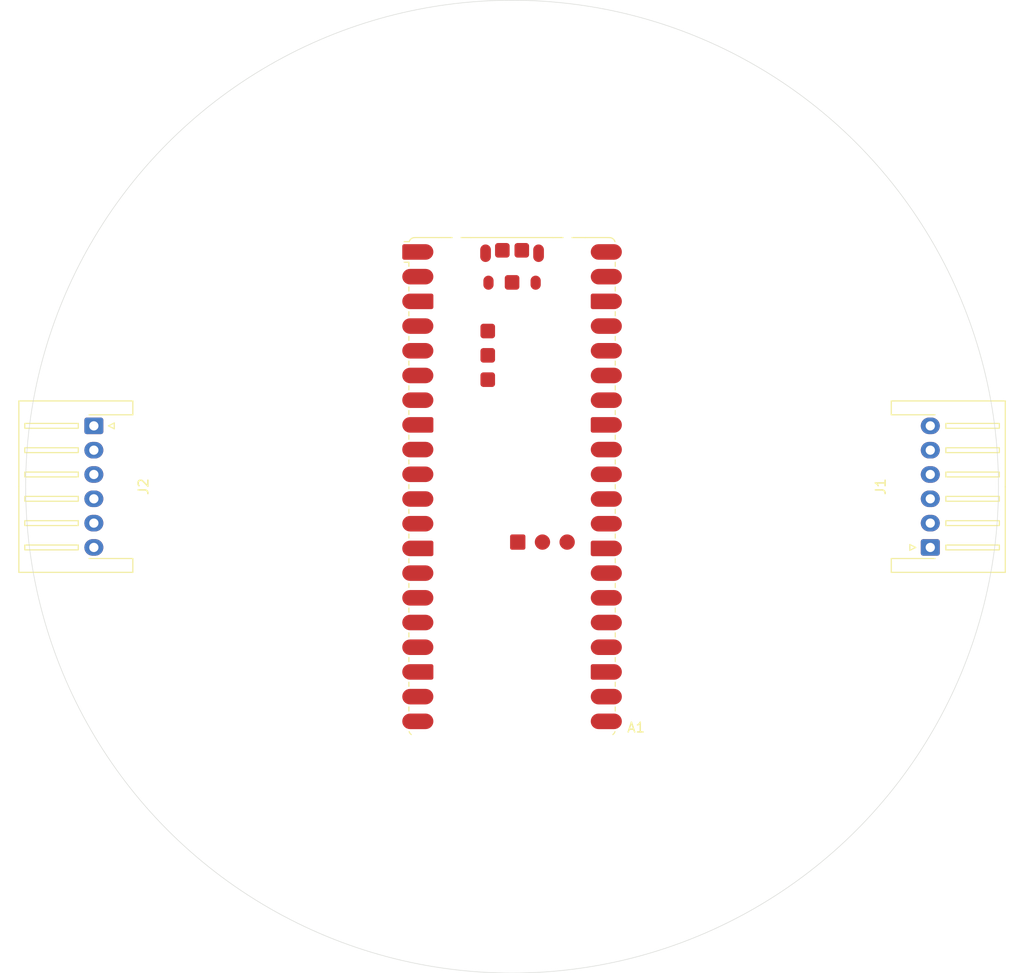
<source format=kicad_pcb>
(kicad_pcb (version 20241229) (generator "pcbnew") (generator_version "9.0")
  (layers (0 "F.Cu" signal) (2 "B.Cu" signal) (13 "F.Paste" user) (15 "B.Paste" user) (5 "F.SilkS" user "F.Silkscreen") (7 "B.SilkS" user "B.Silkscreen") (1 "F.Mask" user) (3 "B.Mask" user) (25 "Edge.Cuts" user))
  (net 0 "")
  (net 11 "Net-(A1-GND-Pad13)")
  (footprint "MountingHole:MountingHole_3.2mm_M3" (layer "F.Cu") (at 129.990827 84.981712)
    (property "Reference" "H1" (hide yes))
    (property "Value" "MountingHole" (hide yes))
    (pad "" np_thru_hole circle (at 0 0) (size 3.2 3.2) (drill 3.2) (layers "*.Cu" "*.Mask"))
  )
  (footprint "MountingHole:MountingHole_3.2mm_M3" (layer "F.Cu") (at 70.009173 84.981712)
    (property "Reference" "H2" (hide yes))
    (property "Value" "MountingHole" (hide yes))
    (pad "" np_thru_hole circle (at 0 0) (size 3.2 3.2) (drill 3.2) (layers "*.Cu" "*.Mask"))
  )
  (footprint "MountingHole:MountingHole_3.2mm_M3" (layer "F.Cu") (at 70.009173 115.018288)
    (property "Reference" "H3" (hide yes))
    (property "Value" "MountingHole" (hide yes))
    (pad "" np_thru_hole circle (at 0 0) (size 3.2 3.2) (drill 3.2) (layers "*.Cu" "*.Mask"))
  )
  (footprint "Connector_JST:JST_XH_S6B-XH-A-1_1x06_P2.50mm_Horizontal" (layer "F.Cu") (at 143 100 90)
    (property "Reference" "J1" (at 0 -5.1 90) (layer "F.SilkS"))
    (property "Value" "Conn_01x06_Socket")
    (fp_line (start 8.81 -4.01) (end 7.39 -4.01) (stroke (width 0.12)) (layer "F.SilkS"))
    (fp_line (start 7.39 -4.01) (end 7.39 0.49) (stroke (width 0.12)) (layer "F.SilkS"))
    (fp_line (start -7.39 -4.01) (end -7.39 0.49) (stroke (width 0.12)) (layer "F.SilkS"))
    (fp_line (start -8.81 -4.01) (end -7.39 -4.01) (stroke (width 0.12)) (layer "F.SilkS"))
    (fp_line (start -5.95 -2.1) (end -6.25 -1.5) (stroke (width 0.12)) (layer "F.SilkS"))
    (fp_line (start -6.55 -2.1) (end -5.95 -2.1) (stroke (width 0.12)) (layer "F.SilkS"))
    (fp_line (start -6.25 -1.5) (end -6.55 -2.1) (stroke (width 0.12)) (layer "F.SilkS"))
    (fp_line (start 8.81 7.71) (end 8.81 -4.01) (stroke (width 0.12)) (layer "F.SilkS"))
    (fp_line (start 0 7.71) (end 8.81 7.71) (stroke (width 0.12)) (layer "F.SilkS"))
    (fp_line (start 0 7.71) (end -8.81 7.71) (stroke (width 0.12)) (layer "F.SilkS"))
    (fp_line (start -8.81 7.71) (end -8.81 -4.01) (stroke (width 0.12)) (layer "F.SilkS"))
    (fp_rect (start 6 1.6) (end 6.5 7.1) (stroke (width 0.12)) (fill no) (layer "F.SilkS"))
    (fp_rect (start 3.5 1.6) (end 4 7.1) (stroke (width 0.12)) (fill no) (layer "F.SilkS"))
    (fp_rect (start 1 1.6) (end 1.5 7.1) (stroke (width 0.12)) (fill no) (layer "F.SilkS"))
    (fp_rect (start -1.5 1.6) (end -1 7.1) (stroke (width 0.12)) (fill no) (layer "F.SilkS"))
    (fp_rect (start -4 1.6) (end -3.5 7.1) (stroke (width 0.12)) (fill no) (layer "F.SilkS"))
    (fp_rect (start -6.5 1.6) (end -6 7.1) (stroke (width 0.12)) (fill no) (layer "F.SilkS"))
    (pad "1" thru_hole roundrect (at -6.25 0 90) (size 1.7 1.95) (drill 0.95) (layers "*.Cu" "*.Mask") (roundrect_rratio 0.147059))
    (pad "2" thru_hole oval (at -3.75 0 90) (size 1.7 1.95) (drill 0.95) (layers "*.Cu" "*.Mask"))
    (pad "3" thru_hole oval (at -1.25 0 90) (size 1.7 1.95) (drill 0.95) (layers "*.Cu" "*.Mask"))
    (pad "4" thru_hole oval (at 1.25 0 90) (size 1.7 1.95) (drill 0.95) (layers "*.Cu" "*.Mask"))
    (pad "5" thru_hole oval (at 3.75 0 90) (size 1.7 1.95) (drill 0.95) (layers "*.Cu" "*.Mask"))
    (pad "6" thru_hole oval (at 6.25 0 90) (size 1.7 1.95) (drill 0.95) (layers "*.Cu" "*.Mask"))
  )
  (footprint "MountingHole:MountingHole_3.2mm_M3" (layer "F.Cu") (at 71.715729 71.715729)
    (property "Reference" "H6" (hide yes))
    (property "Value" "MountingHole" (hide yes))
    (pad "" np_thru_hole circle (at 0 0) (size 3.2 3.2) (drill 3.2) (layers "*.Cu" "*.Mask"))
  )
  (footprint "Connector_JST:JST_XH_S6B-XH-A-1_1x06_P2.50mm_Horizontal" (layer "F.Cu") (at 57 100 -90)
    (property "Reference" "J2" (at 0 -5.1 90) (layer "F.SilkS"))
    (property "Value" "Conn_01x06_Socket")
    (fp_line (start -8.81 7.71) (end -8.81 -4.01) (stroke (width 0.12)) (layer "F.SilkS"))
    (fp_line (start 0 7.71) (end -8.81 7.71) (stroke (width 0.12)) (layer "F.SilkS"))
    (fp_line (start 0 7.71) (end 8.81 7.71) (stroke (width 0.12)) (layer "F.SilkS"))
    (fp_line (start 8.81 7.71) (end 8.81 -4.01) (stroke (width 0.12)) (layer "F.SilkS"))
    (fp_line (start -6.25 -1.5) (end -6.55 -2.1) (stroke (width 0.12)) (layer "F.SilkS"))
    (fp_line (start -6.55 -2.1) (end -5.95 -2.1) (stroke (width 0.12)) (layer "F.SilkS"))
    (fp_line (start -5.95 -2.1) (end -6.25 -1.5) (stroke (width 0.12)) (layer "F.SilkS"))
    (fp_line (start -8.81 -4.01) (end -7.39 -4.01) (stroke (width 0.12)) (layer "F.SilkS"))
    (fp_line (start -7.39 -4.01) (end -7.39 0.49) (stroke (width 0.12)) (layer "F.SilkS"))
    (fp_line (start 7.39 -4.01) (end 7.39 0.49) (stroke (width 0.12)) (layer "F.SilkS"))
    (fp_line (start 8.81 -4.01) (end 7.39 -4.01) (stroke (width 0.12)) (layer "F.SilkS"))
    (fp_rect (start -6.5 1.6) (end -6 7.1) (stroke (width 0.12)) (fill no) (layer "F.SilkS"))
    (fp_rect (start -4 1.6) (end -3.5 7.1) (stroke (width 0.12)) (fill no) (layer "F.SilkS"))
    (fp_rect (start -1.5 1.6) (end -1 7.1) (stroke (width 0.12)) (fill no) (layer "F.SilkS"))
    (fp_rect (start 1 1.6) (end 1.5 7.1) (stroke (width 0.12)) (fill no) (layer "F.SilkS"))
    (fp_rect (start 3.5 1.6) (end 4 7.1) (stroke (width 0.12)) (fill no) (layer "F.SilkS"))
    (fp_rect (start 6 1.6) (end 6.5 7.1) (stroke (width 0.12)) (fill no) (layer "F.SilkS"))
    (pad "1" thru_hole roundrect (at -6.25 0 270) (size 1.7 1.95) (drill 0.95) (layers "*.Cu" "*.Mask") (roundrect_rratio 0.147059))
    (pad "2" thru_hole oval (at -3.75 0 270) (size 1.7 1.95) (drill 0.95) (layers "*.Cu" "*.Mask"))
    (pad "3" thru_hole oval (at -1.25 0 270) (size 1.7 1.95) (drill 0.95) (layers "*.Cu" "*.Mask"))
    (pad "4" thru_hole oval (at 1.25 0 270) (size 1.7 1.95) (drill 0.95) (layers "*.Cu" "*.Mask"))
    (pad "5" thru_hole oval (at 3.75 0 270) (size 1.7 1.95) (drill 0.95) (layers "*.Cu" "*.Mask"))
    (pad "6" thru_hole oval (at 6.25 0 270) (size 1.7 1.95) (drill 0.95) (layers "*.Cu" "*.Mask"))
  )
  (footprint "MountingHole:MountingHole_3.2mm_M3" (layer "F.Cu") (at 128.284271 128.284271)
    (property "Reference" "H8" (hide yes))
    (property "Value" "MountingHole" (hide yes))
    (pad "" np_thru_hole circle (at 0 0) (size 3.2 3.2) (drill 3.2) (layers "*.Cu" "*.Mask"))
  )
  (footprint "Module:RaspberryPi_Pico_W_SMD" (layer "F.Cu") (at 100 100)
    (property "Reference" "A1" (at 11.7475 24.765 0) (layer "F.SilkS") (effects (justify left)))
    (property "Value" "RaspberryPi_Pico_W")
    (fp_line (start -10.61 -23.07) (end -11.09 -23.07) (stroke (width 0.12)) (layer "F.SilkS"))
    (fp_line (start -10.61 -23.07) (end -10.61 -22.65) (stroke (width 0.12)) (layer "F.SilkS"))
    (fp_line (start -10.61 -20.53) (end -10.61 -20.11) (stroke (width 0.12)) (layer "F.SilkS"))
    (fp_line (start -10.61 -17.99) (end -10.61 -17.57) (stroke (width 0.12)) (layer "F.SilkS"))
    (fp_line (start -10.61 -15.45) (end -10.61 -15.03) (stroke (width 0.12)) (layer "F.SilkS"))
    (fp_line (start -10.61 -12.91) (end -10.61 -12.49) (stroke (width 0.12)) (layer "F.SilkS"))
    (fp_line (start -10.61 -10.37) (end -10.61 -9.95) (stroke (width 0.12)) (layer "F.SilkS"))
    (fp_line (start -10.61 -7.83) (end -10.61 -7.41) (stroke (width 0.12)) (layer "F.SilkS"))
    (fp_line (start -10.61 -5.29) (end -10.61 -4.87) (stroke (width 0.12)) (layer "F.SilkS"))
    (fp_line (start -10.61 -2.75) (end -10.61 -2.33) (stroke (width 0.12)) (layer "F.SilkS"))
    (fp_line (start -10.61 -0.21) (end -10.61 0.21) (stroke (width 0.12)) (layer "F.SilkS"))
    (fp_line (start -10.61 2.33) (end -10.61 2.75) (stroke (width 0.12)) (layer "F.SilkS"))
    (fp_line (start -10.61 4.87) (end -10.61 5.29) (stroke (width 0.12)) (layer "F.SilkS"))
    (fp_line (start -10.61 7.41) (end -10.61 7.83) (stroke (width 0.12)) (layer "F.SilkS"))
    (fp_line (start -10.61 9.95) (end -10.61 10.37) (stroke (width 0.12)) (layer "F.SilkS"))
    (fp_line (start -10.61 12.49) (end -10.61 12.91) (stroke (width 0.12)) (layer "F.SilkS"))
    (fp_line (start -10.61 15.03) (end -10.61 15.45) (stroke (width 0.12)) (layer "F.SilkS"))
    (fp_line (start -10.61 17.57) (end -10.61 17.99) (stroke (width 0.12)) (layer "F.SilkS"))
    (fp_line (start -10.61 20.11) (end -10.61 20.53) (stroke (width 0.12)) (layer "F.SilkS"))
    (fp_line (start -10.61 22.65) (end -10.61 23.07) (stroke (width 0.12)) (layer "F.SilkS"))
    (fp_line (start -10.579676 -25.19) (end -11.09 -25.19) (stroke (width 0.12)) (layer "F.SilkS"))
    (fp_line (start -10 -25.61) (end -7.51 -25.61) (stroke (width 0.12)) (layer "F.SilkS"))
    (fp_line (start -7.51 -25.61) (end -6.16206 -25.61) (stroke (width 0.12)) (layer "F.SilkS"))
    (fp_line (start -5.237939 -25.61) (end -4.235 -25.61) (stroke (width 0.12)) (layer "F.SilkS"))
    (fp_line (start -4.235 -25.61) (end 4.235 -25.61) (stroke (width 0.12)) (layer "F.SilkS"))
    (fp_line (start 4.235 -25.61) (end 5.237939 -25.61) (stroke (width 0.12)) (layer "F.SilkS"))
    (fp_line (start 6.162061 -25.61) (end 7.51 -25.61) (stroke (width 0.12)) (layer "F.SilkS"))
    (fp_line (start 10 -25.61) (end 7.51 -25.61) (stroke (width 0.12)) (layer "F.SilkS"))
    (fp_line (start 10.61 -23.07) (end 10.61 -22.65) (stroke (width 0.12)) (layer "F.SilkS"))
    (fp_line (start 10.61 -20.53) (end 10.61 -20.11) (stroke (width 0.12)) (layer "F.SilkS"))
    (fp_line (start 10.61 -17.99) (end 10.61 -17.57) (stroke (width 0.12)) (layer "F.SilkS"))
    (fp_line (start 10.61 -15.45) (end 10.61 -15.03) (stroke (width 0.12)) (layer "F.SilkS"))
    (fp_line (start 10.61 -12.91) (end 10.61 -12.49) (stroke (width 0.12)) (layer "F.SilkS"))
    (fp_line (start 10.61 -10.37) (end 10.61 -9.95) (stroke (width 0.12)) (layer "F.SilkS"))
    (fp_line (start 10.61 -7.83) (end 10.61 -7.41) (stroke (width 0.12)) (layer "F.SilkS"))
    (fp_line (start 10.61 -5.29) (end 10.61 -4.87) (stroke (width 0.12)) (layer "F.SilkS"))
    (fp_line (start 10.61 -2.75) (end 10.61 -2.33) (stroke (width 0.12)) (layer "F.SilkS"))
    (fp_line (start 10.61 -0.21) (end 10.61 0.21) (stroke (width 0.12)) (layer "F.SilkS"))
    (fp_line (start 10.61 2.33) (end 10.61 2.75) (stroke (width 0.12)) (layer "F.SilkS"))
    (fp_line (start 10.61 4.87) (end 10.61 5.29) (stroke (width 0.12)) (layer "F.SilkS"))
    (fp_line (start 10.61 7.41) (end 10.61 7.83) (stroke (width 0.12)) (layer "F.SilkS"))
    (fp_line (start 10.61 9.95) (end 10.61 10.37) (stroke (width 0.12)) (layer "F.SilkS"))
    (fp_line (start 10.61 12.49) (end 10.61 12.91) (stroke (width 0.12)) (layer "F.SilkS"))
    (fp_line (start 10.61 15.03) (end 10.61 15.45) (stroke (width 0.12)) (layer "F.SilkS"))
    (fp_line (start 10.61 17.57) (end 10.61 17.99) (stroke (width 0.12)) (layer "F.SilkS"))
    (fp_line (start 10.61 20.11) (end 10.61 20.53) (stroke (width 0.12)) (layer "F.SilkS"))
    (fp_line (start 10.61 22.65) (end 10.61 23.07) (stroke (width 0.12)) (layer "F.SilkS"))
    (fp_arc (start -10.579676 -25.19) (mid -10.357938 -25.493944) (end -10 -25.61) (stroke (width 0.12)) (layer "F.SilkS"))
    (fp_arc (start -10.363318 25.49) (mid -10.494791 25.356765) (end -10.579676 25.189937) (stroke (width 0.12)) (layer "F.SilkS"))
    (fp_arc (start 10 -25.61) (mid 10.357937 -25.493944) (end 10.579676 -25.189937) (stroke (width 0.12)) (layer "F.SilkS"))
    (fp_arc (start 10.579676 25.189937) (mid 10.494813 25.35678) (end 10.363318 25.49) (stroke (width 0.12)) (layer "F.SilkS"))
    (pad "" smd rect (at -8.89 -24.13) (size 3.8 2.2) (drill (offset -0.8 0)) (layers "F.Paste"))
    (pad "" smd rect (at -8.89 -21.59) (size 3.8 2.2) (drill (offset -0.8 0)) (layers "F.Paste"))
    (pad "" smd rect (at -8.89 -19.05) (size 3.8 2.2) (drill (offset -0.8 0)) (layers "F.Paste"))
    (pad "" smd rect (at -8.89 -16.51) (size 3.8 2.2) (drill (offset -0.8 0)) (layers "F.Paste"))
    (pad "" smd rect (at -8.89 -13.97) (size 3.8 2.2) (drill (offset -0.8 0)) (layers "F.Paste"))
    (pad "" smd rect (at -8.89 -11.43) (size 3.8 2.2) (drill (offset -0.8 0)) (layers "F.Paste"))
    (pad "" smd rect (at -8.89 -8.89) (size 3.8 2.2) (drill (offset -0.8 0)) (layers "F.Paste"))
    (pad "" smd rect (at -8.89 -6.35) (size 3.8 2.2) (drill (offset -0.8 0)) (layers "F.Paste"))
    (pad "" smd rect (at -8.89 -3.81) (size 3.8 2.2) (drill (offset -0.8 0)) (layers "F.Paste"))
    (pad "" smd rect (at -8.89 -1.27) (size 3.8 2.2) (drill (offset -0.8 0)) (layers "F.Paste"))
    (pad "" smd rect (at -8.89 1.27) (size 3.8 2.2) (drill (offset -0.8 0)) (layers "F.Paste"))
    (pad "" smd rect (at -8.89 3.81) (size 3.8 2.2) (drill (offset -0.8 0)) (layers "F.Paste"))
    (pad "" smd rect (at -8.89 6.35) (size 3.8 2.2) (drill (offset -0.8 0)) (layers "F.Paste"))
    (pad "" smd rect (at -8.89 8.89) (size 3.8 2.2) (drill (offset -0.8 0)) (layers "F.Paste"))
    (pad "" smd rect (at -8.89 11.43) (size 3.8 2.2) (drill (offset -0.8 0)) (layers "F.Paste"))
    (pad "" smd rect (at -8.89 13.97) (size 3.8 2.2) (drill (offset -0.8 0)) (layers "F.Paste"))
    (pad "" smd rect (at -8.89 16.51) (size 3.8 2.2) (drill (offset -0.8 0)) (layers "F.Paste"))
    (pad "" smd rect (at -8.89 19.05) (size 3.8 2.2) (drill (offset -0.8 0)) (layers "F.Paste"))
    (pad "" smd rect (at -8.89 21.59) (size 3.8 2.2) (drill (offset -0.8 0)) (layers "F.Paste"))
    (pad "" smd rect (at -8.89 24.13) (size 3.8 2.2) (drill (offset -0.8 0)) (layers "F.Paste"))
    (pad "" smd oval (at -2.725 -24) (size 1.1 1.8) (layers "F.Cu" "F.Mask" "F.Paste"))
    (pad "" smd oval (at -2.425 -20.97) (size 1.05 1.45) (layers "F.Cu" "F.Mask" "F.Paste"))
    (pad "" smd oval (at 2.425 -20.97) (size 1.05 1.45) (layers "F.Cu" "F.Mask" "F.Paste"))
    (pad "" smd oval (at 2.725 -24) (size 1.1 1.8) (layers "F.Cu" "F.Mask" "F.Paste"))
    (pad "" smd rect (at 8.89 -24.13) (size 3.8 2.2) (drill (offset 0.8 0)) (layers "F.Paste"))
    (pad "" smd rect (at 8.89 -21.59) (size 3.8 2.2) (drill (offset 0.8 0)) (layers "F.Paste"))
    (pad "" smd rect (at 8.89 -19.05) (size 3.8 2.2) (drill (offset 0.8 0)) (layers "F.Paste"))
    (pad "" smd rect (at 8.89 -16.51) (size 3.8 2.2) (drill (offset 0.8 0)) (layers "F.Paste"))
    (pad "" smd rect (at 8.89 -13.97) (size 3.8 2.2) (drill (offset 0.8 0)) (layers "F.Paste"))
    (pad "" smd rect (at 8.89 -11.43) (size 3.8 2.2) (drill (offset 0.8 0)) (layers "F.Paste"))
    (pad "" smd rect (at 8.89 -8.89) (size 3.8 2.2) (drill (offset 0.8 0)) (layers "F.Paste"))
    (pad "" smd rect (at 8.89 -6.35) (size 3.8 2.2) (drill (offset 0.8 0)) (layers "F.Paste"))
    (pad "" smd rect (at 8.89 -3.81) (size 3.8 2.2) (drill (offset 0.8 0)) (layers "F.Paste"))
    (pad "" smd rect (at 8.89 -1.27) (size 3.8 2.2) (drill (offset 0.8 0)) (layers "F.Paste"))
    (pad "" smd rect (at 8.89 1.27) (size 3.8 2.2) (drill (offset 0.8 0)) (layers "F.Paste"))
    (pad "" smd rect (at 8.89 3.81) (size 3.8 2.2) (drill (offset 0.8 0)) (layers "F.Paste"))
    (pad "" smd rect (at 8.89 6.35) (size 3.8 2.2) (drill (offset 0.8 0)) (layers "F.Paste"))
    (pad "" smd rect (at 8.89 8.89) (size 3.8 2.2) (drill (offset 0.8 0)) (layers "F.Paste"))
    (pad "" smd rect (at 8.89 11.43) (size 3.8 2.2) (drill (offset 0.8 0)) (layers "F.Paste"))
    (pad "" smd rect (at 8.89 13.97) (size 3.8 2.2) (drill (offset 0.8 0)) (layers "F.Paste"))
    (pad "" smd rect (at 8.89 16.51) (size 3.8 2.2) (drill (offset 0.8 0)) (layers "F.Paste"))
    (pad "" smd rect (at 8.89 19.05) (size 3.8 2.2) (drill (offset 0.8 0)) (layers "F.Paste"))
    (pad "" smd rect (at 8.89 21.59) (size 3.8 2.2) (drill (offset 0.8 0)) (layers "F.Paste"))
    (pad "" smd rect (at 8.89 24.13) (size 3.8 2.2) (drill (offset 0.8 0)) (layers "F.Paste"))
    (pad "1" smd custom (at -9.69 -24.13) (size 1.6 0.8) (layers "F.Cu" "F.Mask") (options (clearance outline) (anchor rect)) (primitives (gr_circle (center 0.8 0) (end 1.6 0) (width 0) (fill yes)) (gr_poly (pts (xy -1.6 -0.6) (xy -1.6 0.6) (xy -1.4 0.8) (xy 0.8 0.8) (xy 0.8 -0.8) (xy -1.4 -0.8)) (width 0) (fill yes)) (gr_circle (center -1.4 -0.6) (end -1.2 -0.6) (width 0) (fill yes)) (gr_circle (center -1.4 0.6) (end -1.2 0.6) (width 0) (fill yes))))
    (pad "2" smd roundrect (at -9.69 -21.59) (size 3.2 1.6) (layers "F.Cu" "F.Mask") (roundrect_rratio 0.5))
    (pad "3" smd custom (at -9.69 -19.05) (size 1.6 0.8) (layers "F.Cu" "F.Mask") (net 11 "Net-(A1-GND-Pad13)") (options (clearance outline) (anchor rect)) (primitives (gr_circle (center -0.8 0) (end 0 0) (width 0) (fill yes)) (gr_poly (pts (xy 1.6 -0.6) (xy 1.6 0.6) (xy 1.4 0.8) (xy -0.8 0.8) (xy -0.8 -0.8) (xy 1.4 -0.8)) (width 0) (fill yes)) (gr_circle (center 1.4 -0.6) (end 1.6 -0.6) (width 0) (fill yes)) (gr_circle (center 1.4 0.6) (end 1.6 0.6) (width 0) (fill yes))))
    (pad "4" smd roundrect (at -9.69 -16.51) (size 3.2 1.6) (layers "F.Cu" "F.Mask") (roundrect_rratio 0.5))
    (pad "5" smd roundrect (at -9.69 -13.97) (size 3.2 1.6) (layers "F.Cu" "F.Mask") (roundrect_rratio 0.5))
    (pad "6" smd roundrect (at -9.69 -11.43) (size 3.2 1.6) (layers "F.Cu" "F.Mask") (roundrect_rratio 0.5))
    (pad "7" smd roundrect (at -9.69 -8.89) (size 3.2 1.6) (layers "F.Cu" "F.Mask") (roundrect_rratio 0.5))
    (pad "8" smd custom (at -9.69 -6.35) (size 1.6 0.8) (layers "F.Cu" "F.Mask") (net 11 "Net-(A1-GND-Pad13)") (options (clearance outline) (anchor rect)) (primitives (gr_circle (center -0.8 0) (end 0 0) (width 0) (fill yes)) (gr_poly (pts (xy 1.6 -0.6) (xy 1.6 0.6) (xy 1.4 0.8) (xy -0.8 0.8) (xy -0.8 -0.8) (xy 1.4 -0.8)) (width 0) (fill yes)) (gr_circle (center 1.4 -0.6) (end 1.6 -0.6) (width 0) (fill yes)) (gr_circle (center 1.4 0.6) (end 1.6 0.6) (width 0) (fill yes))))
    (pad "9" smd roundrect (at -9.69 -3.81) (size 3.2 1.6) (layers "F.Cu" "F.Mask") (roundrect_rratio 0.5))
    (pad "10" smd roundrect (at -9.69 -1.27) (size 3.2 1.6) (layers "F.Cu" "F.Mask") (roundrect_rratio 0.5))
    (pad "11" smd roundrect (at -9.69 1.27) (size 3.2 1.6) (layers "F.Cu" "F.Mask") (roundrect_rratio 0.5))
    (pad "12" smd roundrect (at -9.69 3.81) (size 3.2 1.6) (layers "F.Cu" "F.Mask") (roundrect_rratio 0.5))
    (pad "13" smd custom (at -9.69 6.35) (size 1.6 0.8) (layers "F.Cu" "F.Mask") (net 11 "Net-(A1-GND-Pad13)") (options (clearance outline) (anchor rect)) (primitives (gr_circle (center -0.8 0) (end 0 0) (width 0) (fill yes)) (gr_poly (pts (xy 1.6 -0.6) (xy 1.6 0.6) (xy 1.4 0.8) (xy -0.8 0.8) (xy -0.8 -0.8) (xy 1.4 -0.8)) (width 0) (fill yes)) (gr_circle (center 1.4 -0.6) (end 1.6 -0.6) (width 0) (fill yes)) (gr_circle (center 1.4 0.6) (end 1.6 0.6) (width 0) (fill yes))))
    (pad "14" smd roundrect (at -9.69 8.89) (size 3.2 1.6) (layers "F.Cu" "F.Mask") (roundrect_rratio 0.5))
    (pad "15" smd roundrect (at -9.69 11.43) (size 3.2 1.6) (layers "F.Cu" "F.Mask") (roundrect_rratio 0.5))
    (pad "16" smd roundrect (at -9.69 13.97) (size 3.2 1.6) (layers "F.Cu" "F.Mask") (roundrect_rratio 0.5))
    (pad "17" smd roundrect (at -9.69 16.51) (size 3.2 1.6) (layers "F.Cu" "F.Mask") (roundrect_rratio 0.5))
    (pad "18" smd custom (at -9.69 19.05) (size 1.6 0.8) (layers "F.Cu" "F.Mask") (net 11 "Net-(A1-GND-Pad13)") (options (clearance outline) (anchor rect)) (primitives (gr_circle (center -0.8 0) (end 0 0) (width 0) (fill yes)) (gr_poly (pts (xy 1.6 -0.6) (xy 1.6 0.6) (xy 1.4 0.8) (xy -0.8 0.8) (xy -0.8 -0.8) (xy 1.4 -0.8)) (width 0) (fill yes)) (gr_circle (center 1.4 -0.6) (end 1.6 -0.6) (width 0) (fill yes)) (gr_circle (center 1.4 0.6) (end 1.6 0.6) (width 0) (fill yes))))
    (pad "19" smd roundrect (at -9.69 21.59) (size 3.2 1.6) (layers "F.Cu" "F.Mask") (roundrect_rratio 0.5))
    (pad "20" smd roundrect (at -9.69 24.13) (size 3.2 1.6) (layers "F.Cu" "F.Mask") (roundrect_rratio 0.5))
    (pad "21" smd roundrect (at 9.69 24.13) (size 3.2 1.6) (layers "F.Cu" "F.Mask") (roundrect_rratio 0.5))
    (pad "22" smd roundrect (at 9.69 21.59) (size 3.2 1.6) (layers "F.Cu" "F.Mask") (roundrect_rratio 0.5))
    (pad "23" smd custom (at 9.69 19.05) (size 1.6 0.8) (layers "F.Cu" "F.Mask") (net 11 "Net-(A1-GND-Pad13)") (options (clearance outline) (anchor rect)) (primitives (gr_circle (center 0.8 0) (end 1.6 0) (width 0) (fill yes)) (gr_poly (pts (xy -1.6 -0.6) (xy -1.6 0.6) (xy -1.4 0.8) (xy 0.8 0.8) (xy 0.8 -0.8) (xy -1.4 -0.8)) (width 0) (fill yes)) (gr_circle (center -1.4 -0.6) (end -1.2 -0.6) (width 0) (fill yes)) (gr_circle (center -1.4 0.6) (end -1.2 0.6) (width 0) (fill yes))))
    (pad "24" smd roundrect (at 9.69 16.51) (size 3.2 1.6) (layers "F.Cu" "F.Mask") (roundrect_rratio 0.5))
    (pad "25" smd roundrect (at 9.69 13.97) (size 3.2 1.6) (layers "F.Cu" "F.Mask") (roundrect_rratio 0.5))
    (pad "26" smd roundrect (at 9.69 11.43) (size 3.2 1.6) (layers "F.Cu" "F.Mask") (roundrect_rratio 0.5))
    (pad "27" smd roundrect (at 9.69 8.89) (size 3.2 1.6) (layers "F.Cu" "F.Mask") (roundrect_rratio 0.5))
    (pad "28" smd custom (at 9.69 6.35) (size 1.6 0.8) (layers "F.Cu" "F.Mask") (net 11 "Net-(A1-GND-Pad13)") (options (clearance outline) (anchor rect)) (primitives (gr_circle (center 0.8 0) (end 1.6 0) (width 0) (fill yes)) (gr_poly (pts (xy -1.6 -0.6) (xy -1.6 0.6) (xy -1.4 0.8) (xy 0.8 0.8) (xy 0.8 -0.8) (xy -1.4 -0.8)) (width 0) (fill yes)) (gr_circle (center -1.4 -0.6) (end -1.2 -0.6) (width 0) (fill yes)) (gr_circle (center -1.4 0.6) (end -1.2 0.6) (width 0) (fill yes))))
    (pad "29" smd roundrect (at 9.69 3.81) (size 3.2 1.6) (layers "F.Cu" "F.Mask") (roundrect_rratio 0.5))
    (pad "30" smd roundrect (at 9.69 1.27) (size 3.2 1.6) (layers "F.Cu" "F.Mask") (roundrect_rratio 0.5))
    (pad "31" smd roundrect (at 9.69 -1.27) (size 3.2 1.6) (layers "F.Cu" "F.Mask") (roundrect_rratio 0.5))
    (pad "32" smd roundrect (at 9.69 -3.81) (size 3.2 1.6) (layers "F.Cu" "F.Mask") (roundrect_rratio 0.5))
    (pad "33" smd custom (at 9.69 -6.35) (size 1.6 0.8) (layers "F.Cu" "F.Mask") (options (clearance outline) (anchor rect)) (primitives (gr_circle (center 0.8 0) (end 1.6 0) (width 0) (fill yes)) (gr_poly (pts (xy -1.6 -0.6) (xy -1.6 0.6) (xy -1.4 0.8) (xy 0.8 0.8) (xy 0.8 -0.8) (xy -1.4 -0.8)) (width 0) (fill yes)) (gr_circle (center -1.4 -0.6) (end -1.2 -0.6) (width 0) (fill yes)) (gr_circle (center -1.4 0.6) (end -1.2 0.6) (width 0) (fill yes))))
    (pad "34" smd roundrect (at 9.69 -8.89) (size 3.2 1.6) (layers "F.Cu" "F.Mask") (roundrect_rratio 0.5))
    (pad "35" smd roundrect (at 9.69 -11.43) (size 3.2 1.6) (layers "F.Cu" "F.Mask") (roundrect_rratio 0.5))
    (pad "36" smd roundrect (at 9.69 -13.97) (size 3.2 1.6) (layers "F.Cu" "F.Mask") (roundrect_rratio 0.5))
    (pad "37" smd roundrect (at 9.69 -16.51) (size 3.2 1.6) (layers "F.Cu" "F.Mask") (roundrect_rratio 0.5))
    (pad "38" smd custom (at 9.69 -19.05) (size 1.6 0.8) (layers "F.Cu" "F.Mask") (net 11 "Net-(A1-GND-Pad13)") (options (clearance outline) (anchor rect)) (primitives (gr_circle (center 0.8 0) (end 1.6 0) (width 0) (fill yes)) (gr_poly (pts (xy -1.6 -0.6) (xy -1.6 0.6) (xy -1.4 0.8) (xy 0.8 0.8) (xy 0.8 -0.8) (xy -1.4 -0.8)) (width 0) (fill yes)) (gr_circle (center -1.4 -0.6) (end -1.2 -0.6) (width 0) (fill yes)) (gr_circle (center -1.4 0.6) (end -1.2 0.6) (width 0) (fill yes))))
    (pad "39" smd roundrect (at 9.69 -21.59) (size 3.2 1.6) (layers "F.Cu" "F.Mask") (roundrect_rratio 0.5))
    (pad "40" smd roundrect (at 9.69 -24.13) (size 3.2 1.6) (layers "F.Cu" "F.Mask") (roundrect_rratio 0.5))
    (pad "D1" smd roundrect (at 0.5841 5.7) (size 1.5748 1.5748) (layers "F.Cu" "F.Mask" "F.Paste") (roundrect_rratio 0.127000254))
    (pad "D2" smd circle (at 3.1241 5.7) (size 1.5748 1.5748) (layers "F.Cu" "F.Mask" "F.Paste") (net 11 "Net-(A1-GND-Pad13)"))
    (pad "D3" smd circle (at 5.6641 5.7) (size 1.5748 1.5748) (layers "F.Cu" "F.Mask" "F.Paste"))
    (pad "TP1" smd roundrect (at 0 -21) (size 1.5 1.5) (layers "F.Cu" "F.Mask" "F.Paste") (roundrect_rratio 0.2))
    (pad "TP2" smd roundrect (at 1 -24.3) (size 1.5 1.5) (layers "F.Cu" "F.Mask" "F.Paste") (roundrect_rratio 0.2))
    (pad "TP3" smd roundrect (at -1 -24.3) (size 1.5 1.5) (layers "F.Cu" "F.Mask" "F.Paste") (roundrect_rratio 0.2))
    (pad "TP4" smd roundrect (at -2.5 -16) (size 1.5 1.5) (layers "F.Cu" "F.Mask" "F.Paste") (roundrect_rratio 0.2))
    (pad "TP5" smd roundrect (at -2.5 -13.5) (size 1.5 1.5) (layers "F.Cu" "F.Mask" "F.Paste") (roundrect_rratio 0.2))
    (pad "TP6" smd roundrect (at -2.5 -11) (size 1.5 1.5) (layers "F.Cu" "F.Mask" "F.Paste") (roundrect_rratio 0.2))
  )
  (footprint "MountingHole:MountingHole_3.2mm_M3" (layer "F.Cu") (at 71.715729 128.284271)
    (property "Reference" "H7" (hide yes))
    (property "Value" "MountingHole" (hide yes))
    (pad "" np_thru_hole circle (at 0 0) (size 3.2 3.2) (drill 3.2) (layers "*.Cu" "*.Mask"))
  )
  (footprint "MountingHole:MountingHole_3.2mm_M3" (layer "F.Cu") (at 129.990827 115.018288)
    (property "Reference" "H4" (hide yes))
    (property "Value" "MountingHole" (hide yes))
    (pad "" np_thru_hole circle (at 0 0) (size 3.2 3.2) (drill 3.2) (layers "*.Cu" "*.Mask"))
  )
  (footprint "MountingHole:MountingHole_3.2mm_M3" (layer "F.Cu") (at 128.284271 71.715729)
    (property "Reference" "H5" (hide yes))
    (property "Value" "MountingHole" (hide yes))
    (pad "" np_thru_hole circle (at 0 0) (size 3.2 3.2) (drill 3.2) (layers "*.Cu" "*.Mask"))
  )
  (gr_circle (center 100 100) (end 150 101) (stroke (width 0.05)) (fill no) (layer "Edge.Cuts"))
)
</source>
